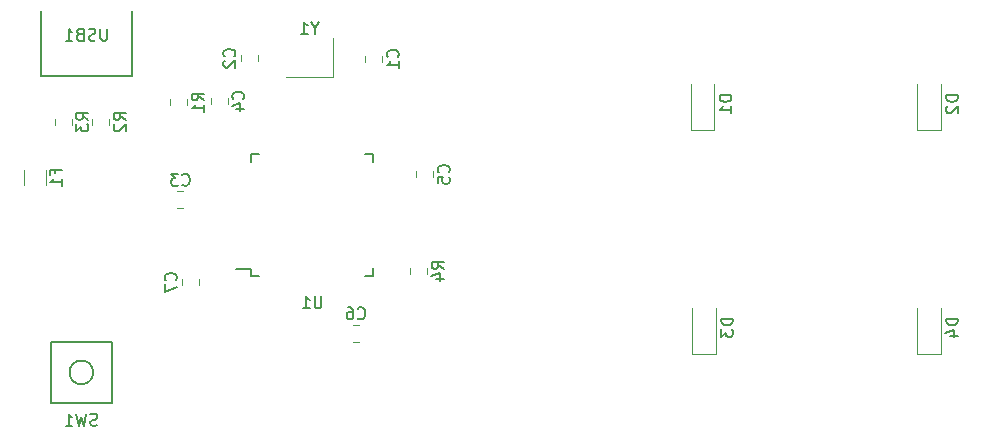
<source format=gbr>
G04 #@! TF.GenerationSoftware,KiCad,Pcbnew,(5.1.4)-1*
G04 #@! TF.CreationDate,2021-05-04T15:53:45+02:00*
G04 #@! TF.ProjectId,techo,74656368-6f2e-46b6-9963-61645f706362,rev?*
G04 #@! TF.SameCoordinates,Original*
G04 #@! TF.FileFunction,Legend,Bot*
G04 #@! TF.FilePolarity,Positive*
%FSLAX46Y46*%
G04 Gerber Fmt 4.6, Leading zero omitted, Abs format (unit mm)*
G04 Created by KiCad (PCBNEW (5.1.4)-1) date 2021-05-04 15:53:45*
%MOMM*%
%LPD*%
G04 APERTURE LIST*
%ADD10C,0.150000*%
%ADD11C,0.120000*%
G04 APERTURE END LIST*
D10*
X59080000Y-33560000D02*
X59080000Y-39010000D01*
X66780000Y-33560000D02*
X66780000Y-39010000D01*
X59080000Y-39010000D02*
X66780000Y-39010000D01*
D11*
X71124578Y-50240000D02*
X70607422Y-50240000D01*
X71124578Y-48820000D02*
X70607422Y-48820000D01*
X83788000Y-39115000D02*
X79788000Y-39115000D01*
X83788000Y-35815000D02*
X83788000Y-39115000D01*
D10*
X76867000Y-55400000D02*
X75592000Y-55400000D01*
X87217000Y-55975000D02*
X86542000Y-55975000D01*
X87217000Y-45625000D02*
X86542000Y-45625000D01*
X76867000Y-45625000D02*
X77542000Y-45625000D01*
X76867000Y-55975000D02*
X77542000Y-55975000D01*
X76867000Y-45625000D02*
X76867000Y-46300000D01*
X87217000Y-45625000D02*
X87217000Y-46300000D01*
X87217000Y-55975000D02*
X87217000Y-55300000D01*
X76867000Y-55975000D02*
X76867000Y-55400000D01*
X65084000Y-61535000D02*
X59884000Y-61535000D01*
X59884000Y-61535000D02*
X59884000Y-66735000D01*
X59884000Y-66735000D02*
X65084000Y-66735000D01*
X65084000Y-66735000D02*
X65084000Y-61535000D01*
X63484000Y-64135000D02*
G75*
G03X63484000Y-64135000I-1000000J0D01*
G01*
D11*
X90349000Y-55806078D02*
X90349000Y-55288922D01*
X91769000Y-55806078D02*
X91769000Y-55288922D01*
X60250000Y-43184578D02*
X60250000Y-42667422D01*
X61670000Y-43184578D02*
X61670000Y-42667422D01*
X63425000Y-43184578D02*
X63425000Y-42667422D01*
X64845000Y-43184578D02*
X64845000Y-42667422D01*
X70029000Y-41533578D02*
X70029000Y-41016422D01*
X71449000Y-41533578D02*
X71449000Y-41016422D01*
X57637000Y-48230064D02*
X57637000Y-47025936D01*
X59457000Y-48230064D02*
X59457000Y-47025936D01*
X135239000Y-62575000D02*
X135239000Y-58675000D01*
X133239000Y-62575000D02*
X133239000Y-58675000D01*
X135239000Y-62575000D02*
X133239000Y-62575000D01*
X116189000Y-62575000D02*
X116189000Y-58675000D01*
X114189000Y-62575000D02*
X114189000Y-58675000D01*
X116189000Y-62575000D02*
X114189000Y-62575000D01*
X135239000Y-43652000D02*
X135239000Y-39752000D01*
X133239000Y-43652000D02*
X133239000Y-39752000D01*
X135239000Y-43652000D02*
X133239000Y-43652000D01*
X116062000Y-43652000D02*
X116062000Y-39752000D01*
X114062000Y-43652000D02*
X114062000Y-39752000D01*
X116062000Y-43652000D02*
X114062000Y-43652000D01*
X72465000Y-56256422D02*
X72465000Y-56773578D01*
X71045000Y-56256422D02*
X71045000Y-56773578D01*
X85983578Y-61543000D02*
X85466422Y-61543000D01*
X85983578Y-60123000D02*
X85466422Y-60123000D01*
X90857000Y-47629578D02*
X90857000Y-47112422D01*
X92277000Y-47629578D02*
X92277000Y-47112422D01*
X73458000Y-41406578D02*
X73458000Y-40889422D01*
X74878000Y-41406578D02*
X74878000Y-40889422D01*
X77418000Y-37284922D02*
X77418000Y-37802078D01*
X75998000Y-37284922D02*
X75998000Y-37802078D01*
X86539000Y-37850578D02*
X86539000Y-37333422D01*
X87959000Y-37850578D02*
X87959000Y-37333422D01*
D10*
X64668095Y-35044380D02*
X64668095Y-35853904D01*
X64620476Y-35949142D01*
X64572857Y-35996761D01*
X64477619Y-36044380D01*
X64287142Y-36044380D01*
X64191904Y-35996761D01*
X64144285Y-35949142D01*
X64096666Y-35853904D01*
X64096666Y-35044380D01*
X63668095Y-35996761D02*
X63525238Y-36044380D01*
X63287142Y-36044380D01*
X63191904Y-35996761D01*
X63144285Y-35949142D01*
X63096666Y-35853904D01*
X63096666Y-35758666D01*
X63144285Y-35663428D01*
X63191904Y-35615809D01*
X63287142Y-35568190D01*
X63477619Y-35520571D01*
X63572857Y-35472952D01*
X63620476Y-35425333D01*
X63668095Y-35330095D01*
X63668095Y-35234857D01*
X63620476Y-35139619D01*
X63572857Y-35092000D01*
X63477619Y-35044380D01*
X63239523Y-35044380D01*
X63096666Y-35092000D01*
X62334761Y-35520571D02*
X62191904Y-35568190D01*
X62144285Y-35615809D01*
X62096666Y-35711047D01*
X62096666Y-35853904D01*
X62144285Y-35949142D01*
X62191904Y-35996761D01*
X62287142Y-36044380D01*
X62668095Y-36044380D01*
X62668095Y-35044380D01*
X62334761Y-35044380D01*
X62239523Y-35092000D01*
X62191904Y-35139619D01*
X62144285Y-35234857D01*
X62144285Y-35330095D01*
X62191904Y-35425333D01*
X62239523Y-35472952D01*
X62334761Y-35520571D01*
X62668095Y-35520571D01*
X61144285Y-36044380D02*
X61715714Y-36044380D01*
X61430000Y-36044380D02*
X61430000Y-35044380D01*
X61525238Y-35187238D01*
X61620476Y-35282476D01*
X61715714Y-35330095D01*
X71032666Y-48237142D02*
X71080285Y-48284761D01*
X71223142Y-48332380D01*
X71318380Y-48332380D01*
X71461238Y-48284761D01*
X71556476Y-48189523D01*
X71604095Y-48094285D01*
X71651714Y-47903809D01*
X71651714Y-47760952D01*
X71604095Y-47570476D01*
X71556476Y-47475238D01*
X71461238Y-47380000D01*
X71318380Y-47332380D01*
X71223142Y-47332380D01*
X71080285Y-47380000D01*
X71032666Y-47427619D01*
X70699333Y-47332380D02*
X70080285Y-47332380D01*
X70413619Y-47713333D01*
X70270761Y-47713333D01*
X70175523Y-47760952D01*
X70127904Y-47808571D01*
X70080285Y-47903809D01*
X70080285Y-48141904D01*
X70127904Y-48237142D01*
X70175523Y-48284761D01*
X70270761Y-48332380D01*
X70556476Y-48332380D01*
X70651714Y-48284761D01*
X70699333Y-48237142D01*
X82264190Y-34991190D02*
X82264190Y-35467380D01*
X82597523Y-34467380D02*
X82264190Y-34991190D01*
X81930857Y-34467380D01*
X81073714Y-35467380D02*
X81645142Y-35467380D01*
X81359428Y-35467380D02*
X81359428Y-34467380D01*
X81454666Y-34610238D01*
X81549904Y-34705476D01*
X81645142Y-34753095D01*
X82803904Y-57702380D02*
X82803904Y-58511904D01*
X82756285Y-58607142D01*
X82708666Y-58654761D01*
X82613428Y-58702380D01*
X82422952Y-58702380D01*
X82327714Y-58654761D01*
X82280095Y-58607142D01*
X82232476Y-58511904D01*
X82232476Y-57702380D01*
X81232476Y-58702380D02*
X81803904Y-58702380D01*
X81518190Y-58702380D02*
X81518190Y-57702380D01*
X81613428Y-57845238D01*
X81708666Y-57940476D01*
X81803904Y-57988095D01*
X63817333Y-68603761D02*
X63674476Y-68651380D01*
X63436380Y-68651380D01*
X63341142Y-68603761D01*
X63293523Y-68556142D01*
X63245904Y-68460904D01*
X63245904Y-68365666D01*
X63293523Y-68270428D01*
X63341142Y-68222809D01*
X63436380Y-68175190D01*
X63626857Y-68127571D01*
X63722095Y-68079952D01*
X63769714Y-68032333D01*
X63817333Y-67937095D01*
X63817333Y-67841857D01*
X63769714Y-67746619D01*
X63722095Y-67699000D01*
X63626857Y-67651380D01*
X63388761Y-67651380D01*
X63245904Y-67699000D01*
X62912571Y-67651380D02*
X62674476Y-68651380D01*
X62484000Y-67937095D01*
X62293523Y-68651380D01*
X62055428Y-67651380D01*
X61150666Y-68651380D02*
X61722095Y-68651380D01*
X61436380Y-68651380D02*
X61436380Y-67651380D01*
X61531619Y-67794238D01*
X61626857Y-67889476D01*
X61722095Y-67937095D01*
X93161380Y-55380833D02*
X92685190Y-55047500D01*
X93161380Y-54809404D02*
X92161380Y-54809404D01*
X92161380Y-55190357D01*
X92209000Y-55285595D01*
X92256619Y-55333214D01*
X92351857Y-55380833D01*
X92494714Y-55380833D01*
X92589952Y-55333214D01*
X92637571Y-55285595D01*
X92685190Y-55190357D01*
X92685190Y-54809404D01*
X92494714Y-56237976D02*
X93161380Y-56237976D01*
X92113761Y-55999880D02*
X92828047Y-55761785D01*
X92828047Y-56380833D01*
X63062380Y-42759333D02*
X62586190Y-42426000D01*
X63062380Y-42187904D02*
X62062380Y-42187904D01*
X62062380Y-42568857D01*
X62110000Y-42664095D01*
X62157619Y-42711714D01*
X62252857Y-42759333D01*
X62395714Y-42759333D01*
X62490952Y-42711714D01*
X62538571Y-42664095D01*
X62586190Y-42568857D01*
X62586190Y-42187904D01*
X62062380Y-43092666D02*
X62062380Y-43711714D01*
X62443333Y-43378380D01*
X62443333Y-43521238D01*
X62490952Y-43616476D01*
X62538571Y-43664095D01*
X62633809Y-43711714D01*
X62871904Y-43711714D01*
X62967142Y-43664095D01*
X63014761Y-43616476D01*
X63062380Y-43521238D01*
X63062380Y-43235523D01*
X63014761Y-43140285D01*
X62967142Y-43092666D01*
X66237380Y-42759333D02*
X65761190Y-42426000D01*
X66237380Y-42187904D02*
X65237380Y-42187904D01*
X65237380Y-42568857D01*
X65285000Y-42664095D01*
X65332619Y-42711714D01*
X65427857Y-42759333D01*
X65570714Y-42759333D01*
X65665952Y-42711714D01*
X65713571Y-42664095D01*
X65761190Y-42568857D01*
X65761190Y-42187904D01*
X65332619Y-43140285D02*
X65285000Y-43187904D01*
X65237380Y-43283142D01*
X65237380Y-43521238D01*
X65285000Y-43616476D01*
X65332619Y-43664095D01*
X65427857Y-43711714D01*
X65523095Y-43711714D01*
X65665952Y-43664095D01*
X66237380Y-43092666D01*
X66237380Y-43711714D01*
X72841380Y-41108333D02*
X72365190Y-40775000D01*
X72841380Y-40536904D02*
X71841380Y-40536904D01*
X71841380Y-40917857D01*
X71889000Y-41013095D01*
X71936619Y-41060714D01*
X72031857Y-41108333D01*
X72174714Y-41108333D01*
X72269952Y-41060714D01*
X72317571Y-41013095D01*
X72365190Y-40917857D01*
X72365190Y-40536904D01*
X72841380Y-42060714D02*
X72841380Y-41489285D01*
X72841380Y-41775000D02*
X71841380Y-41775000D01*
X71984238Y-41679761D01*
X72079476Y-41584523D01*
X72127095Y-41489285D01*
X60295571Y-47294666D02*
X60295571Y-46961333D01*
X60819380Y-46961333D02*
X59819380Y-46961333D01*
X59819380Y-47437523D01*
X60819380Y-48342285D02*
X60819380Y-47770857D01*
X60819380Y-48056571D02*
X59819380Y-48056571D01*
X59962238Y-47961333D01*
X60057476Y-47866095D01*
X60105095Y-47770857D01*
X136691380Y-59586904D02*
X135691380Y-59586904D01*
X135691380Y-59825000D01*
X135739000Y-59967857D01*
X135834238Y-60063095D01*
X135929476Y-60110714D01*
X136119952Y-60158333D01*
X136262809Y-60158333D01*
X136453285Y-60110714D01*
X136548523Y-60063095D01*
X136643761Y-59967857D01*
X136691380Y-59825000D01*
X136691380Y-59586904D01*
X136024714Y-61015476D02*
X136691380Y-61015476D01*
X135643761Y-60777380D02*
X136358047Y-60539285D01*
X136358047Y-61158333D01*
X117641380Y-59586904D02*
X116641380Y-59586904D01*
X116641380Y-59825000D01*
X116689000Y-59967857D01*
X116784238Y-60063095D01*
X116879476Y-60110714D01*
X117069952Y-60158333D01*
X117212809Y-60158333D01*
X117403285Y-60110714D01*
X117498523Y-60063095D01*
X117593761Y-59967857D01*
X117641380Y-59825000D01*
X117641380Y-59586904D01*
X116641380Y-60491666D02*
X116641380Y-61110714D01*
X117022333Y-60777380D01*
X117022333Y-60920238D01*
X117069952Y-61015476D01*
X117117571Y-61063095D01*
X117212809Y-61110714D01*
X117450904Y-61110714D01*
X117546142Y-61063095D01*
X117593761Y-61015476D01*
X117641380Y-60920238D01*
X117641380Y-60634523D01*
X117593761Y-60539285D01*
X117546142Y-60491666D01*
X136691380Y-40663904D02*
X135691380Y-40663904D01*
X135691380Y-40902000D01*
X135739000Y-41044857D01*
X135834238Y-41140095D01*
X135929476Y-41187714D01*
X136119952Y-41235333D01*
X136262809Y-41235333D01*
X136453285Y-41187714D01*
X136548523Y-41140095D01*
X136643761Y-41044857D01*
X136691380Y-40902000D01*
X136691380Y-40663904D01*
X135786619Y-41616285D02*
X135739000Y-41663904D01*
X135691380Y-41759142D01*
X135691380Y-41997238D01*
X135739000Y-42092476D01*
X135786619Y-42140095D01*
X135881857Y-42187714D01*
X135977095Y-42187714D01*
X136119952Y-42140095D01*
X136691380Y-41568666D01*
X136691380Y-42187714D01*
X117514380Y-40663904D02*
X116514380Y-40663904D01*
X116514380Y-40902000D01*
X116562000Y-41044857D01*
X116657238Y-41140095D01*
X116752476Y-41187714D01*
X116942952Y-41235333D01*
X117085809Y-41235333D01*
X117276285Y-41187714D01*
X117371523Y-41140095D01*
X117466761Y-41044857D01*
X117514380Y-40902000D01*
X117514380Y-40663904D01*
X117514380Y-42187714D02*
X117514380Y-41616285D01*
X117514380Y-41902000D02*
X116514380Y-41902000D01*
X116657238Y-41806761D01*
X116752476Y-41711523D01*
X116800095Y-41616285D01*
X70462142Y-56348333D02*
X70509761Y-56300714D01*
X70557380Y-56157857D01*
X70557380Y-56062619D01*
X70509761Y-55919761D01*
X70414523Y-55824523D01*
X70319285Y-55776904D01*
X70128809Y-55729285D01*
X69985952Y-55729285D01*
X69795476Y-55776904D01*
X69700238Y-55824523D01*
X69605000Y-55919761D01*
X69557380Y-56062619D01*
X69557380Y-56157857D01*
X69605000Y-56300714D01*
X69652619Y-56348333D01*
X69557380Y-56681666D02*
X69557380Y-57348333D01*
X70557380Y-56919761D01*
X85891666Y-59540142D02*
X85939285Y-59587761D01*
X86082142Y-59635380D01*
X86177380Y-59635380D01*
X86320238Y-59587761D01*
X86415476Y-59492523D01*
X86463095Y-59397285D01*
X86510714Y-59206809D01*
X86510714Y-59063952D01*
X86463095Y-58873476D01*
X86415476Y-58778238D01*
X86320238Y-58683000D01*
X86177380Y-58635380D01*
X86082142Y-58635380D01*
X85939285Y-58683000D01*
X85891666Y-58730619D01*
X85034523Y-58635380D02*
X85225000Y-58635380D01*
X85320238Y-58683000D01*
X85367857Y-58730619D01*
X85463095Y-58873476D01*
X85510714Y-59063952D01*
X85510714Y-59444904D01*
X85463095Y-59540142D01*
X85415476Y-59587761D01*
X85320238Y-59635380D01*
X85129761Y-59635380D01*
X85034523Y-59587761D01*
X84986904Y-59540142D01*
X84939285Y-59444904D01*
X84939285Y-59206809D01*
X84986904Y-59111571D01*
X85034523Y-59063952D01*
X85129761Y-59016333D01*
X85320238Y-59016333D01*
X85415476Y-59063952D01*
X85463095Y-59111571D01*
X85510714Y-59206809D01*
X93574142Y-47204333D02*
X93621761Y-47156714D01*
X93669380Y-47013857D01*
X93669380Y-46918619D01*
X93621761Y-46775761D01*
X93526523Y-46680523D01*
X93431285Y-46632904D01*
X93240809Y-46585285D01*
X93097952Y-46585285D01*
X92907476Y-46632904D01*
X92812238Y-46680523D01*
X92717000Y-46775761D01*
X92669380Y-46918619D01*
X92669380Y-47013857D01*
X92717000Y-47156714D01*
X92764619Y-47204333D01*
X92669380Y-48109095D02*
X92669380Y-47632904D01*
X93145571Y-47585285D01*
X93097952Y-47632904D01*
X93050333Y-47728142D01*
X93050333Y-47966238D01*
X93097952Y-48061476D01*
X93145571Y-48109095D01*
X93240809Y-48156714D01*
X93478904Y-48156714D01*
X93574142Y-48109095D01*
X93621761Y-48061476D01*
X93669380Y-47966238D01*
X93669380Y-47728142D01*
X93621761Y-47632904D01*
X93574142Y-47585285D01*
X76175142Y-40981333D02*
X76222761Y-40933714D01*
X76270380Y-40790857D01*
X76270380Y-40695619D01*
X76222761Y-40552761D01*
X76127523Y-40457523D01*
X76032285Y-40409904D01*
X75841809Y-40362285D01*
X75698952Y-40362285D01*
X75508476Y-40409904D01*
X75413238Y-40457523D01*
X75318000Y-40552761D01*
X75270380Y-40695619D01*
X75270380Y-40790857D01*
X75318000Y-40933714D01*
X75365619Y-40981333D01*
X75603714Y-41838476D02*
X76270380Y-41838476D01*
X75222761Y-41600380D02*
X75937047Y-41362285D01*
X75937047Y-41981333D01*
X75415142Y-37376833D02*
X75462761Y-37329214D01*
X75510380Y-37186357D01*
X75510380Y-37091119D01*
X75462761Y-36948261D01*
X75367523Y-36853023D01*
X75272285Y-36805404D01*
X75081809Y-36757785D01*
X74938952Y-36757785D01*
X74748476Y-36805404D01*
X74653238Y-36853023D01*
X74558000Y-36948261D01*
X74510380Y-37091119D01*
X74510380Y-37186357D01*
X74558000Y-37329214D01*
X74605619Y-37376833D01*
X74605619Y-37757785D02*
X74558000Y-37805404D01*
X74510380Y-37900642D01*
X74510380Y-38138738D01*
X74558000Y-38233976D01*
X74605619Y-38281595D01*
X74700857Y-38329214D01*
X74796095Y-38329214D01*
X74938952Y-38281595D01*
X75510380Y-37710166D01*
X75510380Y-38329214D01*
X89256142Y-37425333D02*
X89303761Y-37377714D01*
X89351380Y-37234857D01*
X89351380Y-37139619D01*
X89303761Y-36996761D01*
X89208523Y-36901523D01*
X89113285Y-36853904D01*
X88922809Y-36806285D01*
X88779952Y-36806285D01*
X88589476Y-36853904D01*
X88494238Y-36901523D01*
X88399000Y-36996761D01*
X88351380Y-37139619D01*
X88351380Y-37234857D01*
X88399000Y-37377714D01*
X88446619Y-37425333D01*
X89351380Y-38377714D02*
X89351380Y-37806285D01*
X89351380Y-38092000D02*
X88351380Y-38092000D01*
X88494238Y-37996761D01*
X88589476Y-37901523D01*
X88637095Y-37806285D01*
M02*

</source>
